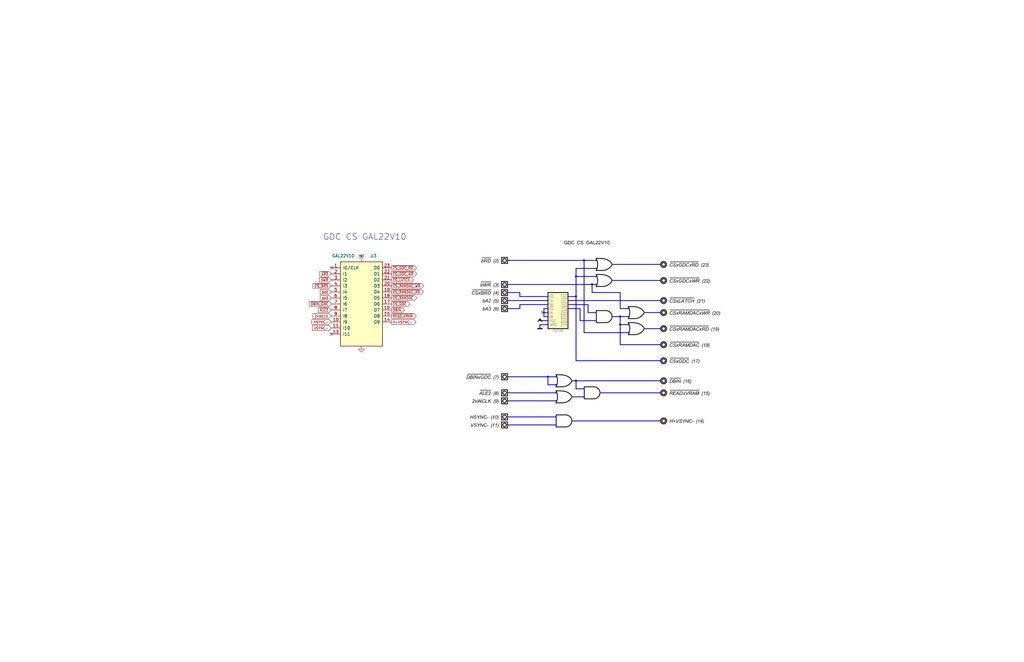
<source format=kicad_sch>
(kicad_sch (version 20211123) (generator eeschema)
  (paper "B")
  (lib_symbols
    (symbol "GAL22V10:GAL22V10" (pin_names (offset 1.016))
      (property "Reference" "U" (at -8.89 19.05 0))
      (property "Value" "GAL22V10" (at -1.27 19.05 0))
      (symbol "GAL22V10_0_1"
        (rectangle (start -8.89 -17.78) (end 8.89 17.78) (stroke (width 0.254)) (fill (type background)))
      )
      (symbol "GAL22V10_1_1"
        (pin input line (at -12.7 15.24 0) (length 3.81) (name "I0/CLK") (number "1"))
        (pin input line (at -12.7 -7.62 0) (length 3.81) (name "I9") (number "10"))
        (pin input line (at -12.7 -10.16 0) (length 3.81) (name "I10") (number "11"))
        (pin power_in line (at 0 -17.78 90) (length 0) hide (name "GND") (number "12"))
        (pin input line (at -12.7 -12.7 0) (length 3.81) (name "I11") (number "13"))
        (pin output line (at 12.7 -7.62 180) (length 3.81) (name "O9") (number "14"))
        (pin output line (at 12.7 -5.08 180) (length 3.81) (name "O8") (number "15"))
        (pin output line (at 12.7 -2.54 180) (length 3.81) (name "O7") (number "16"))
        (pin output line (at 12.7 0 180) (length 3.81) (name "O6") (number "17"))
        (pin output line (at 12.7 2.54 180) (length 3.81) (name "O5") (number "18"))
        (pin output line (at 12.7 5.08 180) (length 3.81) (name "O4") (number "19"))
        (pin input line (at -12.7 12.7 0) (length 3.81) (name "I1") (number "2"))
        (pin output line (at 12.7 7.62 180) (length 3.81) (name "O3") (number "20"))
        (pin output line (at 12.7 10.16 180) (length 3.81) (name "O2") (number "21"))
        (pin output line (at 12.7 12.7 180) (length 3.81) (name "O1") (number "22"))
        (pin output line (at 12.7 15.24 180) (length 3.81) (name "O0") (number "23"))
        (pin power_in line (at 0 17.78 270) (length 0) hide (name "VCC") (number "24"))
        (pin input line (at -12.7 10.16 0) (length 3.81) (name "I2") (number "3"))
        (pin input line (at -12.7 7.62 0) (length 3.81) (name "I3") (number "4"))
        (pin input line (at -12.7 5.08 0) (length 3.81) (name "I4") (number "5"))
        (pin input line (at -12.7 2.54 0) (length 3.81) (name "I5") (number "6"))
        (pin input line (at -12.7 0 0) (length 3.81) (name "I6") (number "7"))
        (pin input line (at -12.7 -2.54 0) (length 3.81) (name "I7") (number "8"))
        (pin input line (at -12.7 -5.08 0) (length 3.81) (name "I8") (number "9"))
      )
    )
    (symbol "power:GND" (power) (pin_names (offset 0))
      (property "Value" "GND" (at 0 -3.81 0))
      (symbol "GND_0_1"
        (polyline (pts (xy 0 0) (xy 0 -1.27) (xy 1.27 -1.27) (xy 0 -2.54) (xy -1.27 -1.27) (xy 0 -1.27)))
      )
      (symbol "GND_1_1"
        (pin power_in line (at 0 0 270) (length 0) hide (name "GND") (number "1"))
      )
    )
    (symbol "power:VCC" (power) (pin_names (offset 0))
      (property "Value" "VCC" (at 0 3.81 0))
      (symbol "VCC_0_1"
        (polyline (pts (xy -0.762 1.27) (xy 0 2.54)))
        (polyline (pts (xy 0 0) (xy 0 2.54)))
        (polyline (pts (xy 0 2.54) (xy 0.762 1.27)))
      )
      (symbol "VCC_1_1"
        (pin power_in line (at 0 0 90) (length 0) hide (name "VCC") (number "1"))
      )
    )
  )
  (no_connect (at 139.7 113.03))
  (no_connect (at 139.7 140.97))
  (image (at 250.19 140.97))
  (text "GDC CS GAL22V10" (at 171.45 101.6 180) (effects (font (size 2.54 2.54)) (justify right bottom)))
  (global_label "~{READ_VRAM}" (shape output) (at 165.1 133.35 0) (effects (font (size 1.016 1.016))) (property "Intersheet References" "${INTERSHEET_REFS}" (effects hide)))
  (global_label "bA2" (shape input) (at 139.7 123.19 180) (effects (font (size 1.016 1.016))) (property "Intersheet References" "${INTERSHEET_REFS}" (effects hide)))
  (global_label "~{CS_GDC_WR}" (shape output) (at 165.1 115.57 0) (effects (font (size 1.016 1.016))) (property "Intersheet References" "${INTERSHEET_REFS}" (effects hide)))
  (global_label "~{CS_BRD}" (shape input) (at 139.7 120.65 180) (effects (font (size 1.016 1.016))) (property "Intersheet References" "${INTERSHEET_REFS}" (effects hide)))
  (global_label "bA3" (shape input) (at 139.7 125.73 180) (effects (font (size 1.016 1.016))) (property "Intersheet References" "${INTERSHEET_REFS}" (effects hide)))
  (global_label "~{bRD}" (shape input) (at 139.7 115.57 180) (effects (font (size 1.016 1.016))) (property "Intersheet References" "${INTERSHEET_REFS}" (effects hide)))
  (global_label "~{DBIN_GDC}" (shape input) (at 139.7 128.27 180) (effects (font (size 1.016 1.016))) (property "Intersheet References" "${INTERSHEET_REFS}" (effects hide)))
  (global_label "~{CS_RAMDAC_WR}" (shape output) (at 165.1 120.65 0) (effects (font (size 1.016 1.016))) (property "Intersheet References" "${INTERSHEET_REFS}" (effects hide)))
  (global_label "~{CS_GDC_RD}" (shape output) (at 165.1 113.03 0) (effects (font (size 1.016 1.016))) (property "Intersheet References" "${INTERSHEET_REFS}" (effects hide)))
  (global_label "~{DBIN}" (shape output) (at 165.1 130.81 0) (effects (font (size 1.016 1.016))) (property "Intersheet References" "${INTERSHEET_REFS}" (effects hide)))
  (global_label "2xWCLK" (shape input) (at 139.7 133.35 180) (effects (font (size 1.016 1.016))) (property "Intersheet References" "${INTERSHEET_REFS}" (effects hide)))
  (global_label "HSYNC-" (shape input) (at 139.7 135.89 180) (effects (font (size 1.016 1.016))) (property "Intersheet References" "${INTERSHEET_REFS}" (effects hide)))
  (global_label "~{bWR}" (shape input) (at 139.7 118.11 180) (effects (font (size 1.016 1.016))) (property "Intersheet References" "${INTERSHEET_REFS}" (effects hide)))
  (global_label "~{CS_LATCH}" (shape output) (at 165.1 118.11 0) (effects (font (size 1.016 1.016))) (property "Intersheet References" "${INTERSHEET_REFS}" (effects hide)))
  (global_label "VSYNC-" (shape input) (at 139.7 138.43 180) (effects (font (size 1.016 1.016))) (property "Intersheet References" "${INTERSHEET_REFS}" (effects hide)))
  (global_label "~{CS_RAMDAC}" (shape output) (at 165.1 125.73 0) (effects (font (size 1.016 1.016))) (property "Intersheet References" "${INTERSHEET_REFS}" (effects hide)))
  (global_label "H+VSYNC-" (shape output) (at 165.1 135.89 0) (effects (font (size 1.016 1.016))) (property "Intersheet References" "${INTERSHEET_REFS}" (effects hide)))
  (global_label "~{CS_GDC}" (shape output) (at 165.1 128.27 0) (effects (font (size 1.016 1.016))) (property "Intersheet References" "${INTERSHEET_REFS}" (effects hide)))
  (global_label "~{CS_RAMDAC_RD}" (shape output) (at 165.1 123.19 0) (effects (font (size 1.016 1.016))) (property "Intersheet References" "${INTERSHEET_REFS}" (effects hide)))
  (global_label "~{ALE2}" (shape input) (at 139.7 130.81 180) (effects (font (size 1.016 1.016))) (property "Intersheet References" "${INTERSHEET_REFS}" (effects hide)))
  (symbol (lib_id "power:GND") (at 152.4 146.05 0) (unit 1)
    (property "Reference" "#PWR029" (effects hide))
    (property "Value" "GND" (effects hide))
  )
  (symbol (lib_id "GAL22V10:GAL22V10") (at 152.4 128.27 0) (unit 1)
    (property "Reference" "U3" (at 157.48 107.95 0))
    (property "Value" "GAL22V10" (at 144.78 107.95 0))
    (property "Footprint" "Package_DIP:DIP-24_W7.62mm" (effects hide))
  )
  (symbol (lib_id "power:VCC") (at 152.4 110.49 0) (unit 1)
    (property "Reference" "#PWR028" (effects hide))
    (property "Value" "VCC" (at 152.4 107.95 0) (effects (font (size 0.762 0.762))))
  )
)
</source>
